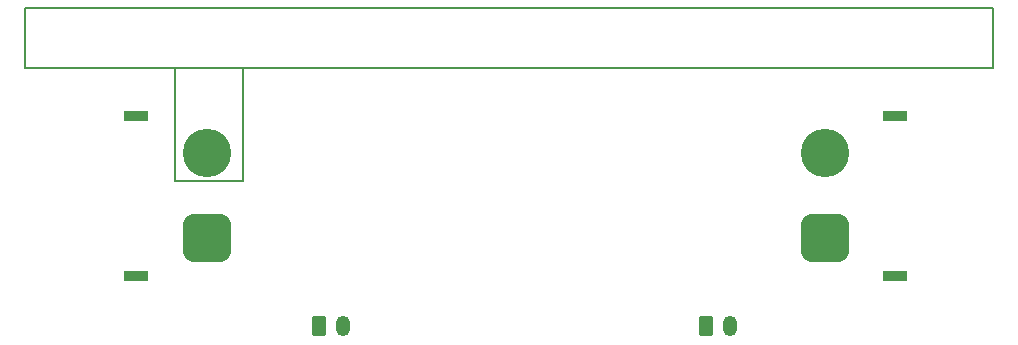
<source format=gbr>
%TF.GenerationSoftware,KiCad,Pcbnew,7.0.2*%
%TF.CreationDate,2023-07-12T23:29:32-04:00*%
%TF.ProjectId,Anti-Spark Switch,416e7469-2d53-4706-9172-6b2053776974,rev?*%
%TF.SameCoordinates,Original*%
%TF.FileFunction,Soldermask,Bot*%
%TF.FilePolarity,Negative*%
%FSLAX46Y46*%
G04 Gerber Fmt 4.6, Leading zero omitted, Abs format (unit mm)*
G04 Created by KiCad (PCBNEW 7.0.2) date 2023-07-12 23:29:32*
%MOMM*%
%LPD*%
G01*
G04 APERTURE LIST*
G04 Aperture macros list*
%AMRoundRect*
0 Rectangle with rounded corners*
0 $1 Rounding radius*
0 $2 $3 $4 $5 $6 $7 $8 $9 X,Y pos of 4 corners*
0 Add a 4 corners polygon primitive as box body*
4,1,4,$2,$3,$4,$5,$6,$7,$8,$9,$2,$3,0*
0 Add four circle primitives for the rounded corners*
1,1,$1+$1,$2,$3*
1,1,$1+$1,$4,$5*
1,1,$1+$1,$6,$7*
1,1,$1+$1,$8,$9*
0 Add four rect primitives between the rounded corners*
20,1,$1+$1,$2,$3,$4,$5,0*
20,1,$1+$1,$4,$5,$6,$7,0*
20,1,$1+$1,$6,$7,$8,$9,0*
20,1,$1+$1,$8,$9,$2,$3,0*%
G04 Aperture macros list end*
%ADD10C,0.150000*%
%ADD11R,2.000000X0.900000*%
%ADD12RoundRect,1.025000X1.025000X-1.025000X1.025000X1.025000X-1.025000X1.025000X-1.025000X-1.025000X0*%
%ADD13C,4.100000*%
%ADD14RoundRect,1.025000X-1.025000X1.025000X-1.025000X-1.025000X1.025000X-1.025000X1.025000X1.025000X0*%
%ADD15RoundRect,0.250000X-0.350000X-0.625000X0.350000X-0.625000X0.350000X0.625000X-0.350000X0.625000X0*%
%ADD16O,1.200000X1.750000*%
G04 APERTURE END LIST*
D10*
X122555000Y-93980000D02*
X128270000Y-93980000D01*
X128270000Y-103505000D01*
X122555000Y-103505000D01*
X122555000Y-93980000D01*
X109855000Y-88900000D02*
X191770000Y-88900000D01*
X191770000Y-93980000D01*
X109855000Y-93980000D01*
X109855000Y-88900000D01*
D11*
%TO.C,J8*%
X119260000Y-111525000D03*
X119260000Y-98025000D03*
D12*
X125260000Y-108375000D03*
D13*
X125260000Y-101175000D03*
%TD*%
D11*
%TO.C,J5*%
X183538000Y-98025000D03*
X183538000Y-111525000D03*
D14*
X177538000Y-108375000D03*
D13*
X177538000Y-101175000D03*
%TD*%
D15*
%TO.C,J3*%
X134747000Y-115824000D03*
D16*
X136747000Y-115824000D03*
%TD*%
D15*
%TO.C,J7*%
X167513000Y-115824000D03*
D16*
X169513000Y-115824000D03*
%TD*%
M02*

</source>
